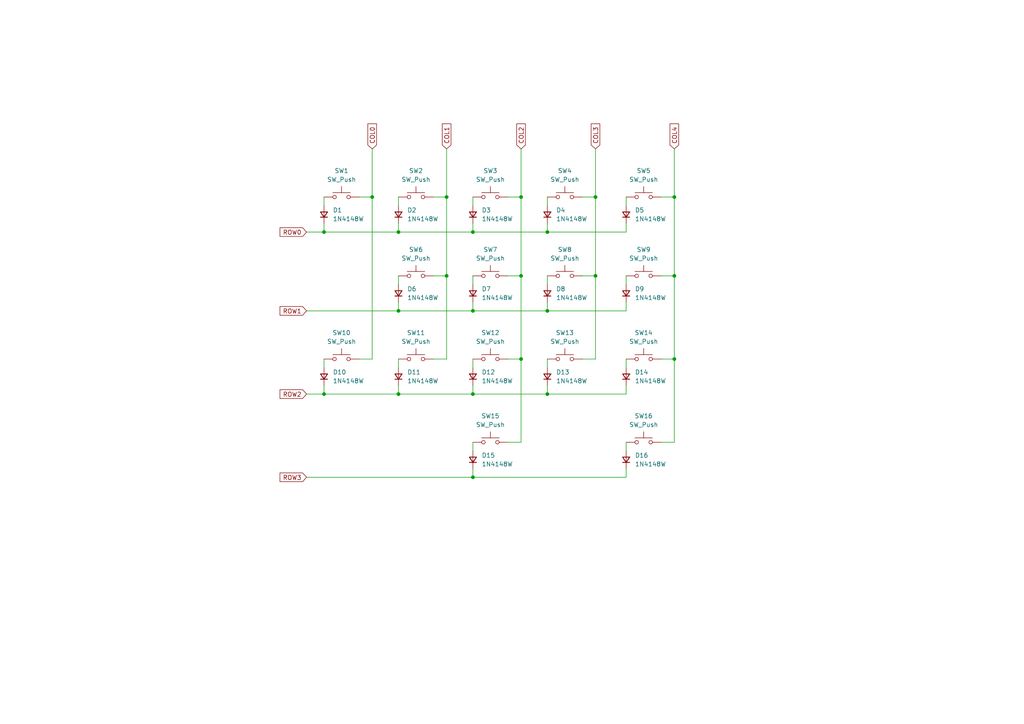
<source format=kicad_sch>
(kicad_sch (version 20230121) (generator eeschema)
  (paper "A4")
  (lib_symbols
    (symbol "Device:D_Small" (pin_numbers hide) (pin_names (offset 0.254) hide)
      (property "Reference" "D" (at -1.27 2.032 0))
      (property "Value" "D_Small" (at -3.81 -2.032 0))
      (symbol "D_Small_0_1"
        (polyline (pts (xy -0.762 -1.016) (xy -0.762 1.016)) (stroke (width 0.254)))
        (polyline (pts (xy -0.762 0) (xy 0.762 0)))
        (polyline (pts (xy 0.762 -1.016) (xy -0.762 0) (xy 0.762 1.016) (xy 0.762 -1.016)) (stroke (width 0.254)))
      )
      (symbol "D_Small_1_1"
        (pin passive line (at -2.54 0 0) (length 1.778) (name "K") (number "1"))
        (pin passive line (at 2.54 0 180) (length 1.778) (name "A") (number "2"))
      )
    )
    (symbol "Switch:SW_Push" (pin_numbers hide) (pin_names (offset 1.016) hide)
      (property "Reference" "SW" (at 1.27 2.54 0))
      (property "Value" "SW_Push" (at 0 -1.524 0))
      (symbol "SW_Push_0_1"
        (circle (center -2.032 0) (radius 0.508))
        (polyline (pts (xy 0 1.27) (xy 0 3.048)))
        (polyline (pts (xy 2.54 1.27) (xy -2.54 1.27)))
        (circle (center 2.032 0) (radius 0.508))
        (pin passive line (at -5.08 0 0) (length 2.54) (name "1") (number "1"))
        (pin passive line (at 5.08 0 180) (length 2.54) (name "2") (number "2"))
      )
    )
  )
  (junction (at 195.58 80.01))
  (junction (at 172.72 80.01))
  (junction (at 158.75 90.17))
  (junction (at 115.57 67.31))
  (junction (at 151.13 80.01))
  (junction (at 137.16 67.31))
  (junction (at 151.13 104.14))
  (junction (at 195.58 104.14))
  (junction (at 129.54 80.01))
  (junction (at 195.58 57.15))
  (junction (at 93.98 67.31))
  (junction (at 158.75 114.3))
  (junction (at 107.95 57.15))
  (junction (at 137.16 90.17))
  (junction (at 137.16 114.3))
  (junction (at 115.57 114.3))
  (junction (at 151.13 57.15))
  (junction (at 137.16 138.43))
  (junction (at 158.75 67.31))
  (junction (at 172.72 57.15))
  (junction (at 93.98 114.3))
  (junction (at 129.54 57.15))
  (junction (at 115.57 90.17))
  (wire (pts (xy 158.75 67.31) (xy 181.61 67.31)))
  (wire (pts (xy 137.16 138.43) (xy 181.61 138.43)))
  (wire (pts (xy 191.77 57.15) (xy 195.58 57.15)))
  (wire (pts (xy 115.57 104.14) (xy 115.57 106.68)))
  (wire (pts (xy 107.95 43.18) (xy 107.95 57.15)))
  (wire (pts (xy 115.57 57.15) (xy 115.57 59.69)))
  (wire (pts (xy 181.61 128.27) (xy 181.61 130.81)))
  (wire (pts (xy 172.72 43.18) (xy 172.72 57.15)))
  (wire (pts (xy 151.13 104.14) (xy 151.13 128.27)))
  (wire (pts (xy 115.57 111.76) (xy 115.57 114.3)))
  (wire (pts (xy 115.57 114.3) (xy 137.16 114.3)))
  (wire (pts (xy 181.61 80.01) (xy 181.61 82.55)))
  (wire (pts (xy 195.58 80.01) (xy 195.58 104.14)))
  (wire (pts (xy 195.58 43.18) (xy 195.58 57.15)))
  (wire (pts (xy 195.58 57.15) (xy 195.58 80.01)))
  (wire (pts (xy 158.75 64.77) (xy 158.75 67.31)))
  (wire (pts (xy 158.75 111.76) (xy 158.75 114.3)))
  (wire (pts (xy 147.32 128.27) (xy 151.13 128.27)))
  (wire (pts (xy 181.61 64.77) (xy 181.61 67.31)))
  (wire (pts (xy 129.54 80.01) (xy 129.54 104.14)))
  (wire (pts (xy 181.61 104.14) (xy 181.61 106.68)))
  (wire (pts (xy 88.9 138.43) (xy 137.16 138.43)))
  (wire (pts (xy 115.57 87.63) (xy 115.57 90.17)))
  (wire (pts (xy 181.61 87.63) (xy 181.61 90.17)))
  (wire (pts (xy 115.57 90.17) (xy 137.16 90.17)))
  (wire (pts (xy 115.57 80.01) (xy 115.57 82.55)))
  (wire (pts (xy 172.72 57.15) (xy 172.72 80.01)))
  (wire (pts (xy 191.77 128.27) (xy 195.58 128.27)))
  (wire (pts (xy 151.13 57.15) (xy 151.13 80.01)))
  (wire (pts (xy 93.98 114.3) (xy 115.57 114.3)))
  (wire (pts (xy 168.91 104.14) (xy 172.72 104.14)))
  (wire (pts (xy 147.32 80.01) (xy 151.13 80.01)))
  (wire (pts (xy 93.98 64.77) (xy 93.98 67.31)))
  (wire (pts (xy 137.16 114.3) (xy 158.75 114.3)))
  (wire (pts (xy 158.75 80.01) (xy 158.75 82.55)))
  (wire (pts (xy 115.57 67.31) (xy 137.16 67.31)))
  (wire (pts (xy 195.58 104.14) (xy 191.77 104.14)))
  (wire (pts (xy 137.16 57.15) (xy 137.16 59.69)))
  (wire (pts (xy 158.75 57.15) (xy 158.75 59.69)))
  (wire (pts (xy 137.16 64.77) (xy 137.16 67.31)))
  (wire (pts (xy 125.73 104.14) (xy 129.54 104.14)))
  (wire (pts (xy 137.16 104.14) (xy 137.16 106.68)))
  (wire (pts (xy 151.13 43.18) (xy 151.13 57.15)))
  (wire (pts (xy 168.91 80.01) (xy 172.72 80.01)))
  (wire (pts (xy 147.32 57.15) (xy 151.13 57.15)))
  (wire (pts (xy 147.32 104.14) (xy 151.13 104.14)))
  (wire (pts (xy 137.16 67.31) (xy 158.75 67.31)))
  (wire (pts (xy 181.61 57.15) (xy 181.61 59.69)))
  (wire (pts (xy 88.9 67.31) (xy 93.98 67.31)))
  (wire (pts (xy 151.13 80.01) (xy 151.13 104.14)))
  (wire (pts (xy 168.91 57.15) (xy 172.72 57.15)))
  (wire (pts (xy 88.9 114.3) (xy 93.98 114.3)))
  (wire (pts (xy 137.16 87.63) (xy 137.16 90.17)))
  (wire (pts (xy 137.16 111.76) (xy 137.16 114.3)))
  (wire (pts (xy 137.16 135.89) (xy 137.16 138.43)))
  (wire (pts (xy 93.98 111.76) (xy 93.98 114.3)))
  (wire (pts (xy 93.98 67.31) (xy 115.57 67.31)))
  (wire (pts (xy 88.9 90.17) (xy 115.57 90.17)))
  (wire (pts (xy 158.75 90.17) (xy 181.61 90.17)))
  (wire (pts (xy 172.72 80.01) (xy 172.72 104.14)))
  (wire (pts (xy 191.77 80.01) (xy 195.58 80.01)))
  (wire (pts (xy 158.75 104.14) (xy 158.75 106.68)))
  (wire (pts (xy 93.98 104.14) (xy 93.98 106.68)))
  (wire (pts (xy 115.57 64.77) (xy 115.57 67.31)))
  (wire (pts (xy 158.75 114.3) (xy 181.61 114.3)))
  (wire (pts (xy 137.16 80.01) (xy 137.16 82.55)))
  (wire (pts (xy 181.61 111.76) (xy 181.61 114.3)))
  (wire (pts (xy 93.98 57.15) (xy 93.98 59.69)))
  (wire (pts (xy 137.16 128.27) (xy 137.16 130.81)))
  (wire (pts (xy 104.14 104.14) (xy 107.95 104.14)))
  (wire (pts (xy 129.54 57.15) (xy 129.54 80.01)))
  (wire (pts (xy 158.75 87.63) (xy 158.75 90.17)))
  (wire (pts (xy 129.54 43.18) (xy 129.54 57.15)))
  (wire (pts (xy 125.73 80.01) (xy 129.54 80.01)))
  (wire (pts (xy 137.16 90.17) (xy 158.75 90.17)))
  (wire (pts (xy 107.95 57.15) (xy 107.95 104.14)))
  (wire (pts (xy 104.14 57.15) (xy 107.95 57.15)))
  (wire (pts (xy 195.58 104.14) (xy 195.58 128.27)))
  (wire (pts (xy 181.61 135.89) (xy 181.61 138.43)))
  (wire (pts (xy 125.73 57.15) (xy 129.54 57.15)))
  (global_label "COL0" (shape input) (at 107.95 43.18 90) (property "Intersheetrefs" "${INTERSHEET_REFS}" (effects hide)))
  (global_label "COL2" (shape input) (at 151.13 43.18 90) (property "Intersheetrefs" "${INTERSHEET_REFS}" (effects hide)))
  (global_label "ROW0" (shape input) (at 88.9 67.31 180) (property "Intersheetrefs" "${INTERSHEET_REFS}" (effects hide)))
  (global_label "COL1" (shape input) (at 129.54 43.18 90) (property "Intersheetrefs" "${INTERSHEET_REFS}" (effects hide)))
  (global_label "COL3" (shape input) (at 172.72 43.18 90) (property "Intersheetrefs" "${INTERSHEET_REFS}" (effects hide)))
  (global_label "ROW1" (shape input) (at 88.9 90.17 180) (property "Intersheetrefs" "${INTERSHEET_REFS}" (effects hide)))
  (global_label "ROW2" (shape input) (at 88.9 114.3 180) (property "Intersheetrefs" "${INTERSHEET_REFS}" (effects hide)))
  (global_label "ROW3" (shape input) (at 88.9 138.43 180) (property "Intersheetrefs" "${INTERSHEET_REFS}" (effects hide)))
  (global_label "COL4" (shape input) (at 195.58 43.18 90) (property "Intersheetrefs" "${INTERSHEET_REFS}" (effects hide)))
  (symbol (lib_id "Switch:SW_Push") (at 120.65 104.14 0) (unit 1)
    (property "Reference" "SW11" (at 120.65 96.52 0))
    (property "Value" "SW_Push" (at 120.65 99.06 0))
    (property "Footprint" "Keyboard switches:SW_Gateron_LowProfile_THT" (effects hide))
    (property "JLCPCB BOM" "0" (effects hide))
  )
  (symbol (lib_id "Switch:SW_Push") (at 120.65 57.15 0) (unit 1)
    (property "Reference" "SW2" (at 120.65 49.53 0))
    (property "Value" "SW_Push" (at 120.65 52.07 0))
    (property "Footprint" "Keyboard switches:SW_Gateron_LowProfile_THT" (effects hide))
    (property "JLCPCB BOM" "0" (effects hide))
  )
  (symbol (lib_id "Device:D_Small") (at 137.16 109.22 90) (unit 1)
    (property "Reference" "D12" (at 139.7 107.95 90) (effects (justify right)))
    (property "Value" "1N4148W" (at 139.7 110.49 90) (effects (justify right)))
    (property "Footprint" "Diode_SMD:D_SOD-123" (effects hide))
    (property "Datasheet" "https://datasheet.lcsc.com/lcsc/2308281515_hongjiacheng-1N4148W_C7420318.pdf" (effects hide))
    (property "Sim.Device" "D" (effects hide))
    (property "Sim.Pins" "1=K 2=A" (effects hide))
    (property "LCSC" "C81598" (effects hide))
  )
  (symbol (lib_id "Device:D_Small") (at 181.61 62.23 90) (unit 1)
    (property "Reference" "D5" (at 184.15 60.96 90) (effects (justify right)))
    (property "Value" "1N4148W" (at 184.15 63.5 90) (effects (justify right)))
    (property "Footprint" "Diode_SMD:D_SOD-123" (effects hide))
    (property "Datasheet" "https://datasheet.lcsc.com/lcsc/2308281515_hongjiacheng-1N4148W_C7420318.pdf" (effects hide))
    (property "Sim.Device" "D" (effects hide))
    (property "Sim.Pins" "1=K 2=A" (effects hide))
    (property "LCSC" "C81598" (effects hide))
  )
  (symbol (lib_id "Device:D_Small") (at 137.16 133.35 90) (unit 1)
    (property "Reference" "D15" (at 139.7 132.08 90) (effects (justify right)))
    (property "Value" "1N4148W" (at 139.7 134.62 90) (effects (justify right)))
    (property "Footprint" "Diode_SMD:D_SOD-123" (effects hide))
    (property "Datasheet" "https://datasheet.lcsc.com/lcsc/2308281515_hongjiacheng-1N4148W_C7420318.pdf" (effects hide))
    (property "Sim.Device" "D" (effects hide))
    (property "Sim.Pins" "1=K 2=A" (effects hide))
    (property "LCSC" "C81598" (effects hide))
  )
  (symbol (lib_id "Device:D_Small") (at 137.16 62.23 90) (unit 1)
    (property "Reference" "D3" (at 139.7 60.96 90) (effects (justify right)))
    (property "Value" "1N4148W" (at 139.7 63.5 90) (effects (justify right)))
    (property "Footprint" "Diode_SMD:D_SOD-123" (effects hide))
    (property "Datasheet" "https://datasheet.lcsc.com/lcsc/2308281515_hongjiacheng-1N4148W_C7420318.pdf" (effects hide))
    (property "Sim.Device" "D" (effects hide))
    (property "Sim.Pins" "1=K 2=A" (effects hide))
    (property "LCSC" "C81598" (effects hide))
  )
  (symbol (lib_id "Switch:SW_Push") (at 163.83 104.14 0) (unit 1)
    (property "Reference" "SW13" (at 163.83 96.52 0))
    (property "Value" "SW_Push" (at 163.83 99.06 0))
    (property "Footprint" "Keyboard switches:SW_Gateron_LowProfile_THT" (effects hide))
    (property "JLCPCB BOM" "0" (effects hide))
  )
  (symbol (lib_id "Device:D_Small") (at 93.98 62.23 90) (unit 1)
    (property "Reference" "D1" (at 96.52 60.96 90) (effects (justify right)))
    (property "Value" "1N4148W" (at 96.52 63.5 90) (effects (justify right)))
    (property "Footprint" "Diode_SMD:D_SOD-123" (effects hide))
    (property "Datasheet" "https://datasheet.lcsc.com/lcsc/2308281515_hongjiacheng-1N4148W_C7420318.pdf" (effects hide))
    (property "Sim.Device" "D" (effects hide))
    (property "Sim.Pins" "1=K 2=A" (effects hide))
    (property "LCSC" "C81598" (effects hide))
  )
  (symbol (lib_id "Switch:SW_Push") (at 186.69 104.14 0) (unit 1)
    (property "Reference" "SW14" (at 186.69 96.52 0))
    (property "Value" "SW_Push" (at 186.69 99.06 0))
    (property "Footprint" "Keyboard switches:SW_Gateron_LowProfile_THT" (effects hide))
    (property "JLCPCB BOM" "0" (effects hide))
  )
  (symbol (lib_id "Switch:SW_Push") (at 163.83 80.01 0) (unit 1)
    (property "Reference" "SW8" (at 163.83 72.39 0))
    (property "Value" "SW_Push" (at 163.83 74.93 0))
    (property "Footprint" "Keyboard switches:SW_Gateron_LowProfile_THT" (effects hide))
    (property "JLCPCB BOM" "0" (effects hide))
  )
  (symbol (lib_id "Device:D_Small") (at 158.75 85.09 90) (unit 1)
    (property "Reference" "D8" (at 161.29 83.82 90) (effects (justify right)))
    (property "Value" "1N4148W" (at 161.29 86.36 90) (effects (justify right)))
    (property "Footprint" "Diode_SMD:D_SOD-123" (effects hide))
    (property "Datasheet" "https://datasheet.lcsc.com/lcsc/2308281515_hongjiacheng-1N4148W_C7420318.pdf" (effects hide))
    (property "Sim.Device" "D" (effects hide))
    (property "Sim.Pins" "1=K 2=A" (effects hide))
    (property "LCSC" "C81598" (effects hide))
  )
  (symbol (lib_id "Device:D_Small") (at 137.16 85.09 90) (unit 1)
    (property "Reference" "D7" (at 139.7 83.82 90) (effects (justify right)))
    (property "Value" "1N4148W" (at 139.7 86.36 90) (effects (justify right)))
    (property "Footprint" "Diode_SMD:D_SOD-123" (effects hide))
    (property "Datasheet" "https://datasheet.lcsc.com/lcsc/2308281515_hongjiacheng-1N4148W_C7420318.pdf" (effects hide))
    (property "Sim.Device" "D" (effects hide))
    (property "Sim.Pins" "1=K 2=A" (effects hide))
    (property "LCSC" "C81598" (effects hide))
  )
  (symbol (lib_id "Switch:SW_Push") (at 99.06 104.14 0) (unit 1)
    (property "Reference" "SW10" (at 99.06 96.52 0))
    (property "Value" "SW_Push" (at 99.06 99.06 0))
    (property "Footprint" "Keyboard switches:SW_Gateron_LowProfile_THT" (effects hide))
    (property "JLCPCB BOM" "0" (effects hide))
  )
  (symbol (lib_id "Device:D_Small") (at 181.61 133.35 90) (unit 1)
    (property "Reference" "D16" (at 184.15 132.08 90) (effects (justify right)))
    (property "Value" "1N4148W" (at 184.15 134.62 90) (effects (justify right)))
    (property "Footprint" "Diode_SMD:D_SOD-123" (effects hide))
    (property "Datasheet" "https://datasheet.lcsc.com/lcsc/2308281515_hongjiacheng-1N4148W_C7420318.pdf" (effects hide))
    (property "Sim.Device" "D" (effects hide))
    (property "Sim.Pins" "1=K 2=A" (effects hide))
    (property "LCSC" "C81598" (effects hide))
  )
  (symbol (lib_id "Device:D_Small") (at 158.75 109.22 90) (unit 1)
    (property "Reference" "D13" (at 161.29 107.95 90) (effects (justify right)))
    (property "Value" "1N4148W" (at 161.29 110.49 90) (effects (justify right)))
    (property "Footprint" "Diode_SMD:D_SOD-123" (effects hide))
    (property "Datasheet" "https://datasheet.lcsc.com/lcsc/2308281515_hongjiacheng-1N4148W_C7420318.pdf" (effects hide))
    (property "Sim.Device" "D" (effects hide))
    (property "Sim.Pins" "1=K 2=A" (effects hide))
    (property "LCSC" "C81598" (effects hide))
  )
  (symbol (lib_id "Switch:SW_Push") (at 99.06 57.15 0) (unit 1)
    (property "Reference" "SW1" (at 99.06 49.53 0))
    (property "Value" "SW_Push" (at 99.06 52.07 0))
    (property "Footprint" "Keyboard switches:SW_Gateron_LowProfile_THT" (effects hide))
    (property "JLCPCB BOM" "0" (effects hide))
  )
  (symbol (lib_id "Device:D_Small") (at 181.61 85.09 90) (unit 1)
    (property "Reference" "D9" (at 184.15 83.82 90) (effects (justify right)))
    (property "Value" "1N4148W" (at 184.15 86.36 90) (effects (justify right)))
    (property "Footprint" "Diode_SMD:D_SOD-123" (effects hide))
    (property "Datasheet" "https://datasheet.lcsc.com/lcsc/2308281515_hongjiacheng-1N4148W_C7420318.pdf" (effects hide))
    (property "Sim.Device" "D" (effects hide))
    (property "Sim.Pins" "1=K 2=A" (effects hide))
    (property "LCSC" "C81598" (effects hide))
  )
  (symbol (lib_id "Device:D_Small") (at 181.61 109.22 90) (unit 1)
    (property "Reference" "D14" (at 184.15 107.95 90) (effects (justify right)))
    (property "Value" "1N4148W" (at 184.15 110.49 90) (effects (justify right)))
    (property "Footprint" "Diode_SMD:D_SOD-123" (effects hide))
    (property "Datasheet" "https://datasheet.lcsc.com/lcsc/2308281515_hongjiacheng-1N4148W_C7420318.pdf" (effects hide))
    (property "Sim.Device" "D" (effects hide))
    (property "Sim.Pins" "1=K 2=A" (effects hide))
    (property "LCSC" "C81598" (effects hide))
  )
  (symbol (lib_id "Switch:SW_Push") (at 186.69 128.27 0) (unit 1)
    (property "Reference" "SW16" (at 186.69 120.65 0))
    (property "Value" "SW_Push" (at 186.69 123.19 0))
    (property "Footprint" "Keyboard switches:SW_Gateron_LowProfile_THT" (effects hide))
    (property "JLCPCB BOM" "0" (effects hide))
  )
  (symbol (lib_id "Switch:SW_Push") (at 120.65 80.01 0) (unit 1)
    (property "Reference" "SW6" (at 120.65 72.39 0))
    (property "Value" "SW_Push" (at 120.65 74.93 0))
    (property "Footprint" "Keyboard switches:SW_Gateron_LowProfile_THT" (effects hide))
    (property "JLCPCB BOM" "0" (effects hide))
  )
  (symbol (lib_id "Device:D_Small") (at 115.57 85.09 90) (unit 1)
    (property "Reference" "D6" (at 118.11 83.82 90) (effects (justify right)))
    (property "Value" "1N4148W" (at 118.11 86.36 90) (effects (justify right)))
    (property "Footprint" "Diode_SMD:D_SOD-123" (effects hide))
    (property "Datasheet" "https://datasheet.lcsc.com/lcsc/2308281515_hongjiacheng-1N4148W_C7420318.pdf" (effects hide))
    (property "Sim.Device" "D" (effects hide))
    (property "Sim.Pins" "1=K 2=A" (effects hide))
    (property "LCSC" "C81598" (effects hide))
  )
  (symbol (lib_id "Switch:SW_Push") (at 142.24 80.01 0) (unit 1)
    (property "Reference" "SW7" (at 142.24 72.39 0))
    (property "Value" "SW_Push" (at 142.24 74.93 0))
    (property "Footprint" "Keyboard switches:SW_Gateron_LowProfile_THT" (effects hide))
    (property "JLCPCB BOM" "0" (effects hide))
  )
  (symbol (lib_id "Switch:SW_Push") (at 142.24 104.14 0) (unit 1)
    (property "Reference" "SW12" (at 142.24 96.52 0))
    (property "Value" "SW_Push" (at 142.24 99.06 0))
    (property "Footprint" "Keyboard switches:SW_Gateron_LowProfile_THT" (effects hide))
    (property "JLCPCB BOM" "0" (effects hide))
  )
  (symbol (lib_id "Device:D_Small") (at 115.57 109.22 90) (unit 1)
    (property "Reference" "D11" (at 118.11 107.95 90) (effects (justify right)))
    (property "Value" "1N4148W" (at 118.11 110.49 90) (effects (justify right)))
    (property "Footprint" "Diode_SMD:D_SOD-123" (effects hide))
    (property "Datasheet" "https://datasheet.lcsc.com/lcsc/2308281515_hongjiacheng-1N4148W_C7420318.pdf" (effects hide))
    (property "Sim.Device" "D" (effects hide))
    (property "Sim.Pins" "1=K 2=A" (effects hide))
    (property "LCSC" "C81598" (effects hide))
  )
  (symbol (lib_id "Switch:SW_Push") (at 142.24 128.27 0) (unit 1)
    (property "Reference" "SW15" (at 142.24 120.65 0))
    (property "Value" "SW_Push" (at 142.24 123.19 0))
    (property "Footprint" "Keyboard switches:SW_Gateron_LowProfile_THT" (effects hide))
    (property "JLCPCB BOM" "0" (effects hide))
  )
  (symbol (lib_id "Device:D_Small") (at 115.57 62.23 90) (unit 1)
    (property "Reference" "D2" (at 118.11 60.96 90) (effects (justify right)))
    (property "Value" "1N4148W" (at 118.11 63.5 90) (effects (justify right)))
    (property "Footprint" "Diode_SMD:D_SOD-123" (effects hide))
    (property "Datasheet" "https://datasheet.lcsc.com/lcsc/2308281515_hongjiacheng-1N4148W_C7420318.pdf" (effects hide))
    (property "Sim.Device" "D" (effects hide))
    (property "Sim.Pins" "1=K 2=A" (effects hide))
    (property "LCSC" "C81598" (effects hide))
  )
  (symbol (lib_id "Switch:SW_Push") (at 142.24 57.15 0) (unit 1)
    (property "Reference" "SW3" (at 142.24 49.53 0))
    (property "Value" "SW_Push" (at 142.24 52.07 0))
    (property "Footprint" "Keyboard switches:SW_Gateron_LowProfile_THT" (effects hide))
    (property "JLCPCB BOM" "0" (effects hide))
  )
  (symbol (lib_id "Device:D_Small") (at 93.98 109.22 90) (unit 1)
    (property "Reference" "D10" (at 96.52 107.95 90) (effects (justify right)))
    (property "Value" "1N4148W" (at 96.52 110.49 90) (effects (justify right)))
    (property "Footprint" "Diode_SMD:D_SOD-123" (effects hide))
    (property "Datasheet" "https://datasheet.lcsc.com/lcsc/2308281515_hongjiacheng-1N4148W_C7420318.pdf" (effects hide))
    (property "Sim.Device" "D" (effects hide))
    (property "Sim.Pins" "1=K 2=A" (effects hide))
    (property "LCSC" "C81598" (effects hide))
  )
  (symbol (lib_id "Switch:SW_Push") (at 163.83 57.15 0) (unit 1) (in_bom no)
    (property "Reference" "SW4" (at 163.83 49.53 0))
    (property "Value" "SW_Push" (at 163.83 52.07 0))
    (property "Footprint" "Keyboard switches:SW_Gateron_LowProfile_THT" (effects hide))
    (property "JLCPCB BOM" "0" (effects hide))
  )
  (symbol (lib_id "Switch:SW_Push") (at 186.69 57.15 0) (unit 1)
    (property "Reference" "SW5" (at 186.69 49.53 0))
    (property "Value" "SW_Push" (at 186.69 52.07 0))
    (property "Footprint" "Keyboard switches:SW_Gateron_LowProfile_THT" (effects hide))
    (property "JLCPCB BOM" "0" (effects hide))
  )
  (symbol (lib_id "Device:D_Small") (at 158.75 62.23 90) (unit 1)
    (property "Reference" "D4" (at 161.29 60.96 90) (effects (justify right)))
    (property "Value" "1N4148W" (at 161.29 63.5 90) (effects (justify right)))
    (property "Footprint" "Diode_SMD:D_SOD-123" (effects hide))
    (property "Datasheet" "https://datasheet.lcsc.com/lcsc/2308281515_hongjiacheng-1N4148W_C7420318.pdf" (effects hide))
    (property "Sim.Device" "D" (effects hide))
    (property "Sim.Pins" "1=K 2=A" (effects hide))
    (property "LCSC" "C81598" (effects hide))
  )
  (symbol (lib_id "Switch:SW_Push") (at 186.69 80.01 0) (unit 1)
    (property "Reference" "SW9" (at 186.69 72.39 0))
    (property "Value" "SW_Push" (at 186.69 74.93 0))
    (property "Footprint" "Keyboard switches:SW_Gateron_LowProfile_THT" (effects hide))
    (property "JLCPCB BOM" "0" (effects hide))
  )
)
</source>
